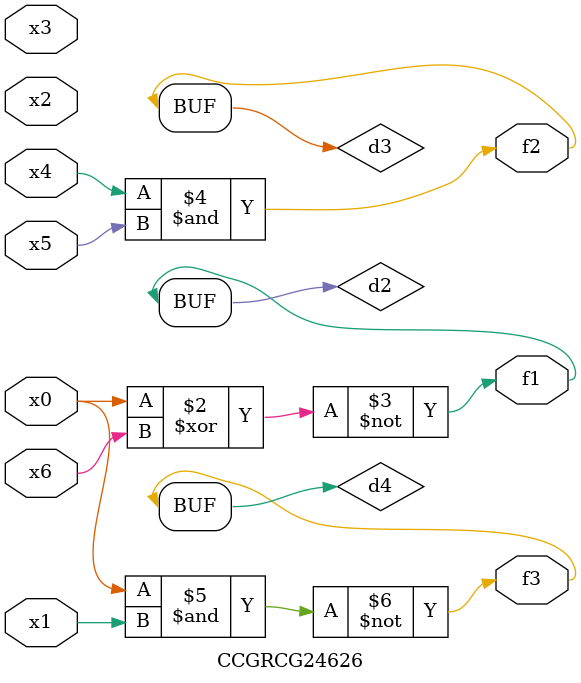
<source format=v>
module CCGRCG24626(
	input x0, x1, x2, x3, x4, x5, x6,
	output f1, f2, f3
);

	wire d1, d2, d3, d4;

	nor (d1, x0);
	xnor (d2, x0, x6);
	and (d3, x4, x5);
	nand (d4, x0, x1);
	assign f1 = d2;
	assign f2 = d3;
	assign f3 = d4;
endmodule

</source>
